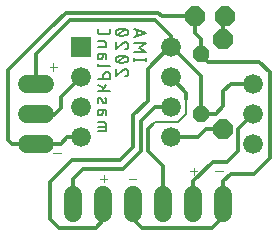
<source format=gbr>
G04 EAGLE Gerber RS-274X export*
G75*
%MOMM*%
%FSLAX34Y34*%
%LPD*%
%INBottom Copper*%
%IPPOS*%
%AMOC8*
5,1,8,0,0,1.08239X$1,22.5*%
G01*
%ADD10C,0.203200*%
%ADD11C,0.076200*%
%ADD12R,1.676400X1.676400*%
%ADD13C,1.676400*%
%ADD14P,1.814519X8X202.500000*%
%ADD15P,1.814519X8X112.500000*%
%ADD16P,1.429621X8X112.500000*%
%ADD17C,1.524000*%
%ADD18C,0.304800*%
%ADD19C,0.152400*%


D10*
X427228Y468299D02*
X434340Y468299D01*
X434340Y473633D01*
X434338Y473715D01*
X434332Y473797D01*
X434323Y473879D01*
X434310Y473960D01*
X434293Y474040D01*
X434272Y474120D01*
X434248Y474198D01*
X434220Y474275D01*
X434189Y474351D01*
X434154Y474426D01*
X434115Y474498D01*
X434074Y474569D01*
X434029Y474638D01*
X433981Y474704D01*
X433930Y474769D01*
X433876Y474831D01*
X433819Y474890D01*
X433760Y474947D01*
X433698Y475001D01*
X433633Y475052D01*
X433567Y475100D01*
X433498Y475145D01*
X433427Y475186D01*
X433355Y475225D01*
X433280Y475260D01*
X433204Y475291D01*
X433127Y475319D01*
X433049Y475343D01*
X432969Y475364D01*
X432889Y475381D01*
X432808Y475394D01*
X432726Y475403D01*
X432644Y475409D01*
X432562Y475411D01*
X427228Y475411D01*
X427228Y471855D02*
X434340Y471855D01*
X431377Y483281D02*
X431377Y485948D01*
X431376Y483281D02*
X431374Y483192D01*
X431368Y483103D01*
X431359Y483014D01*
X431345Y482926D01*
X431328Y482838D01*
X431307Y482751D01*
X431283Y482666D01*
X431254Y482581D01*
X431222Y482498D01*
X431187Y482416D01*
X431148Y482335D01*
X431106Y482257D01*
X431060Y482180D01*
X431011Y482106D01*
X430959Y482033D01*
X430903Y481963D01*
X430845Y481895D01*
X430784Y481830D01*
X430720Y481768D01*
X430654Y481708D01*
X430585Y481652D01*
X430514Y481598D01*
X430440Y481547D01*
X430365Y481500D01*
X430287Y481456D01*
X430208Y481415D01*
X430127Y481378D01*
X430044Y481344D01*
X429960Y481314D01*
X429875Y481288D01*
X429788Y481265D01*
X429701Y481246D01*
X429613Y481230D01*
X429525Y481219D01*
X429436Y481211D01*
X429347Y481207D01*
X429257Y481207D01*
X429168Y481211D01*
X429079Y481219D01*
X428991Y481230D01*
X428903Y481246D01*
X428816Y481265D01*
X428729Y481288D01*
X428644Y481314D01*
X428560Y481344D01*
X428477Y481378D01*
X428396Y481415D01*
X428317Y481456D01*
X428239Y481500D01*
X428164Y481547D01*
X428090Y481598D01*
X428019Y481652D01*
X427950Y481708D01*
X427884Y481768D01*
X427820Y481830D01*
X427759Y481895D01*
X427701Y481963D01*
X427645Y482033D01*
X427593Y482106D01*
X427544Y482180D01*
X427498Y482257D01*
X427456Y482335D01*
X427417Y482416D01*
X427382Y482498D01*
X427350Y482581D01*
X427321Y482666D01*
X427297Y482751D01*
X427276Y482838D01*
X427259Y482926D01*
X427245Y483014D01*
X427236Y483103D01*
X427230Y483192D01*
X427228Y483281D01*
X427228Y485948D01*
X432562Y485948D01*
X432644Y485946D01*
X432726Y485940D01*
X432808Y485931D01*
X432889Y485918D01*
X432969Y485901D01*
X433049Y485880D01*
X433127Y485856D01*
X433204Y485828D01*
X433280Y485797D01*
X433355Y485762D01*
X433427Y485723D01*
X433498Y485682D01*
X433567Y485637D01*
X433633Y485589D01*
X433698Y485538D01*
X433760Y485484D01*
X433819Y485427D01*
X433876Y485368D01*
X433930Y485306D01*
X433981Y485241D01*
X434029Y485175D01*
X434074Y485106D01*
X434115Y485035D01*
X434154Y484963D01*
X434189Y484888D01*
X434220Y484812D01*
X434248Y484735D01*
X434272Y484657D01*
X434293Y484577D01*
X434310Y484497D01*
X434323Y484416D01*
X434332Y484334D01*
X434338Y484252D01*
X434340Y484170D01*
X434340Y481800D01*
X431377Y492471D02*
X430191Y495435D01*
X431376Y492471D02*
X431407Y492400D01*
X431441Y492330D01*
X431478Y492262D01*
X431519Y492197D01*
X431564Y492133D01*
X431611Y492072D01*
X431662Y492013D01*
X431715Y491956D01*
X431771Y491903D01*
X431830Y491852D01*
X431891Y491805D01*
X431955Y491760D01*
X432020Y491719D01*
X432088Y491681D01*
X432158Y491647D01*
X432229Y491616D01*
X432301Y491589D01*
X432375Y491566D01*
X432450Y491546D01*
X432526Y491530D01*
X432603Y491518D01*
X432680Y491510D01*
X432757Y491506D01*
X432835Y491505D01*
X432912Y491509D01*
X432990Y491516D01*
X433066Y491528D01*
X433142Y491543D01*
X433218Y491562D01*
X433292Y491585D01*
X433365Y491611D01*
X433436Y491641D01*
X433506Y491675D01*
X433574Y491712D01*
X433640Y491753D01*
X433704Y491797D01*
X433766Y491844D01*
X433825Y491894D01*
X433881Y491947D01*
X433935Y492003D01*
X433986Y492061D01*
X434034Y492122D01*
X434079Y492185D01*
X434121Y492251D01*
X434159Y492318D01*
X434194Y492388D01*
X434225Y492459D01*
X434253Y492531D01*
X434276Y492605D01*
X434297Y492680D01*
X434313Y492755D01*
X434326Y492832D01*
X434334Y492909D01*
X434339Y492986D01*
X434340Y493064D01*
X434336Y493226D01*
X434328Y493388D01*
X434316Y493549D01*
X434300Y493710D01*
X434280Y493871D01*
X434257Y494031D01*
X434229Y494190D01*
X434198Y494349D01*
X434163Y494507D01*
X434124Y494664D01*
X434081Y494820D01*
X434035Y494975D01*
X433985Y495129D01*
X433931Y495282D01*
X433873Y495433D01*
X433812Y495583D01*
X433748Y495731D01*
X430192Y495435D02*
X430161Y495506D01*
X430127Y495576D01*
X430090Y495644D01*
X430049Y495709D01*
X430004Y495773D01*
X429957Y495834D01*
X429906Y495893D01*
X429853Y495950D01*
X429797Y496003D01*
X429738Y496054D01*
X429677Y496101D01*
X429613Y496146D01*
X429548Y496187D01*
X429480Y496225D01*
X429410Y496259D01*
X429339Y496290D01*
X429267Y496317D01*
X429193Y496340D01*
X429118Y496360D01*
X429042Y496376D01*
X428965Y496388D01*
X428888Y496396D01*
X428811Y496400D01*
X428733Y496401D01*
X428656Y496397D01*
X428578Y496390D01*
X428502Y496378D01*
X428426Y496363D01*
X428350Y496344D01*
X428276Y496321D01*
X428203Y496295D01*
X428132Y496265D01*
X428062Y496231D01*
X427994Y496194D01*
X427928Y496153D01*
X427864Y496109D01*
X427802Y496062D01*
X427743Y496012D01*
X427687Y495959D01*
X427633Y495903D01*
X427582Y495845D01*
X427534Y495784D01*
X427489Y495721D01*
X427447Y495655D01*
X427409Y495588D01*
X427374Y495518D01*
X427343Y495448D01*
X427315Y495375D01*
X427292Y495301D01*
X427271Y495226D01*
X427255Y495151D01*
X427242Y495074D01*
X427234Y494997D01*
X427229Y494920D01*
X427228Y494842D01*
X427228Y494841D02*
X427234Y494604D01*
X427246Y494366D01*
X427263Y494129D01*
X427287Y493893D01*
X427315Y493657D01*
X427349Y493421D01*
X427389Y493187D01*
X427434Y492954D01*
X427485Y492721D01*
X427541Y492490D01*
X427603Y492261D01*
X427670Y492033D01*
X427743Y491806D01*
X427821Y491582D01*
X427228Y502072D02*
X437896Y502072D01*
X434340Y506814D02*
X430784Y502072D01*
X432266Y504147D02*
X427228Y506814D01*
X427228Y512199D02*
X437896Y512199D01*
X437896Y515162D01*
X437894Y515269D01*
X437888Y515376D01*
X437879Y515482D01*
X437865Y515588D01*
X437848Y515694D01*
X437827Y515799D01*
X437802Y515903D01*
X437773Y516006D01*
X437741Y516108D01*
X437705Y516209D01*
X437665Y516308D01*
X437622Y516406D01*
X437575Y516502D01*
X437525Y516597D01*
X437472Y516690D01*
X437415Y516780D01*
X437355Y516869D01*
X437292Y516955D01*
X437226Y517039D01*
X437156Y517121D01*
X437084Y517200D01*
X437009Y517276D01*
X436931Y517350D01*
X436851Y517420D01*
X436768Y517488D01*
X436683Y517553D01*
X436596Y517614D01*
X436506Y517673D01*
X436415Y517728D01*
X436321Y517780D01*
X436225Y517828D01*
X436128Y517873D01*
X436030Y517915D01*
X435930Y517952D01*
X435828Y517987D01*
X435726Y518017D01*
X435622Y518044D01*
X435518Y518067D01*
X435412Y518086D01*
X435306Y518101D01*
X435200Y518113D01*
X435093Y518121D01*
X434986Y518125D01*
X434880Y518125D01*
X434773Y518121D01*
X434666Y518113D01*
X434560Y518101D01*
X434454Y518086D01*
X434348Y518067D01*
X434244Y518044D01*
X434140Y518017D01*
X434038Y517987D01*
X433936Y517952D01*
X433836Y517915D01*
X433738Y517873D01*
X433641Y517828D01*
X433545Y517780D01*
X433452Y517728D01*
X433360Y517673D01*
X433270Y517614D01*
X433183Y517553D01*
X433098Y517488D01*
X433015Y517420D01*
X432935Y517350D01*
X432857Y517276D01*
X432782Y517200D01*
X432710Y517121D01*
X432640Y517039D01*
X432574Y516955D01*
X432511Y516869D01*
X432451Y516780D01*
X432394Y516690D01*
X432341Y516597D01*
X432291Y516502D01*
X432244Y516406D01*
X432201Y516308D01*
X432161Y516209D01*
X432125Y516108D01*
X432093Y516006D01*
X432064Y515903D01*
X432039Y515799D01*
X432018Y515694D01*
X432001Y515588D01*
X431987Y515482D01*
X431978Y515376D01*
X431972Y515269D01*
X431970Y515162D01*
X431969Y515162D02*
X431969Y512199D01*
X429006Y522858D02*
X437896Y522858D01*
X429006Y522858D02*
X428924Y522860D01*
X428842Y522866D01*
X428760Y522875D01*
X428679Y522888D01*
X428599Y522905D01*
X428519Y522926D01*
X428441Y522950D01*
X428364Y522978D01*
X428288Y523009D01*
X428213Y523044D01*
X428141Y523083D01*
X428070Y523124D01*
X428001Y523169D01*
X427935Y523217D01*
X427870Y523268D01*
X427808Y523322D01*
X427749Y523379D01*
X427692Y523438D01*
X427638Y523500D01*
X427587Y523565D01*
X427539Y523631D01*
X427494Y523700D01*
X427453Y523771D01*
X427414Y523843D01*
X427379Y523918D01*
X427348Y523994D01*
X427320Y524071D01*
X427296Y524149D01*
X427275Y524229D01*
X427258Y524309D01*
X427245Y524390D01*
X427236Y524472D01*
X427230Y524554D01*
X427228Y524636D01*
X431377Y530906D02*
X431377Y533573D01*
X431376Y530906D02*
X431374Y530817D01*
X431368Y530728D01*
X431359Y530639D01*
X431345Y530551D01*
X431328Y530463D01*
X431307Y530376D01*
X431283Y530291D01*
X431254Y530206D01*
X431222Y530123D01*
X431187Y530041D01*
X431148Y529960D01*
X431106Y529882D01*
X431060Y529805D01*
X431011Y529731D01*
X430959Y529658D01*
X430903Y529588D01*
X430845Y529520D01*
X430784Y529455D01*
X430720Y529393D01*
X430654Y529333D01*
X430585Y529277D01*
X430514Y529223D01*
X430440Y529172D01*
X430365Y529125D01*
X430287Y529081D01*
X430208Y529040D01*
X430127Y529003D01*
X430044Y528969D01*
X429960Y528939D01*
X429875Y528913D01*
X429788Y528890D01*
X429701Y528871D01*
X429613Y528855D01*
X429525Y528844D01*
X429436Y528836D01*
X429347Y528832D01*
X429257Y528832D01*
X429168Y528836D01*
X429079Y528844D01*
X428991Y528855D01*
X428903Y528871D01*
X428816Y528890D01*
X428729Y528913D01*
X428644Y528939D01*
X428560Y528969D01*
X428477Y529003D01*
X428396Y529040D01*
X428317Y529081D01*
X428239Y529125D01*
X428164Y529172D01*
X428090Y529223D01*
X428019Y529277D01*
X427950Y529333D01*
X427884Y529393D01*
X427820Y529455D01*
X427759Y529520D01*
X427701Y529588D01*
X427645Y529658D01*
X427593Y529731D01*
X427544Y529805D01*
X427498Y529882D01*
X427456Y529960D01*
X427417Y530041D01*
X427382Y530123D01*
X427350Y530206D01*
X427321Y530291D01*
X427297Y530376D01*
X427276Y530463D01*
X427259Y530551D01*
X427245Y530639D01*
X427236Y530728D01*
X427230Y530817D01*
X427228Y530906D01*
X427228Y533573D01*
X432562Y533573D01*
X432644Y533571D01*
X432726Y533565D01*
X432808Y533556D01*
X432889Y533543D01*
X432969Y533526D01*
X433049Y533505D01*
X433127Y533481D01*
X433204Y533453D01*
X433280Y533422D01*
X433355Y533387D01*
X433427Y533348D01*
X433498Y533307D01*
X433567Y533262D01*
X433633Y533214D01*
X433698Y533163D01*
X433760Y533109D01*
X433819Y533052D01*
X433876Y532993D01*
X433930Y532931D01*
X433981Y532866D01*
X434029Y532800D01*
X434074Y532731D01*
X434115Y532660D01*
X434154Y532588D01*
X434189Y532513D01*
X434220Y532437D01*
X434248Y532360D01*
X434272Y532282D01*
X434293Y532202D01*
X434310Y532122D01*
X434323Y532041D01*
X434332Y531959D01*
X434338Y531877D01*
X434340Y531795D01*
X434340Y529424D01*
X434340Y539588D02*
X427228Y539588D01*
X434340Y539588D02*
X434340Y542551D01*
X434338Y542633D01*
X434332Y542715D01*
X434323Y542797D01*
X434310Y542878D01*
X434293Y542958D01*
X434272Y543038D01*
X434248Y543116D01*
X434220Y543193D01*
X434189Y543269D01*
X434154Y543344D01*
X434115Y543416D01*
X434074Y543487D01*
X434029Y543556D01*
X433981Y543622D01*
X433930Y543687D01*
X433876Y543749D01*
X433819Y543808D01*
X433760Y543865D01*
X433698Y543919D01*
X433633Y543970D01*
X433567Y544018D01*
X433498Y544063D01*
X433427Y544104D01*
X433355Y544143D01*
X433280Y544178D01*
X433204Y544209D01*
X433127Y544237D01*
X433049Y544261D01*
X432969Y544282D01*
X432889Y544299D01*
X432808Y544312D01*
X432726Y544321D01*
X432644Y544327D01*
X432562Y544329D01*
X427228Y544329D01*
X427228Y552365D02*
X427228Y554736D01*
X427228Y552365D02*
X427230Y552270D01*
X427236Y552174D01*
X427245Y552079D01*
X427259Y551985D01*
X427276Y551891D01*
X427297Y551798D01*
X427322Y551705D01*
X427350Y551614D01*
X427382Y551524D01*
X427418Y551436D01*
X427457Y551349D01*
X427500Y551263D01*
X427546Y551180D01*
X427595Y551098D01*
X427648Y551018D01*
X427704Y550941D01*
X427762Y550865D01*
X427824Y550793D01*
X427889Y550723D01*
X427957Y550655D01*
X428027Y550590D01*
X428099Y550528D01*
X428175Y550470D01*
X428252Y550414D01*
X428332Y550361D01*
X428414Y550312D01*
X428497Y550266D01*
X428583Y550223D01*
X428670Y550184D01*
X428758Y550148D01*
X428848Y550116D01*
X428939Y550088D01*
X429032Y550063D01*
X429125Y550042D01*
X429219Y550025D01*
X429313Y550011D01*
X429408Y550002D01*
X429504Y549996D01*
X429599Y549994D01*
X429599Y549995D02*
X435525Y549995D01*
X435525Y549994D02*
X435620Y549996D01*
X435716Y550002D01*
X435811Y550011D01*
X435905Y550025D01*
X435999Y550042D01*
X436092Y550063D01*
X436185Y550088D01*
X436276Y550116D01*
X436366Y550148D01*
X436454Y550184D01*
X436541Y550223D01*
X436627Y550266D01*
X436710Y550312D01*
X436792Y550361D01*
X436872Y550414D01*
X436949Y550470D01*
X437025Y550528D01*
X437097Y550590D01*
X437167Y550655D01*
X437235Y550723D01*
X437300Y550793D01*
X437362Y550865D01*
X437420Y550941D01*
X437476Y551018D01*
X437529Y551098D01*
X437578Y551179D01*
X437624Y551263D01*
X437667Y551349D01*
X437706Y551436D01*
X437742Y551524D01*
X437774Y551614D01*
X437802Y551705D01*
X437827Y551798D01*
X437848Y551891D01*
X437865Y551985D01*
X437879Y552079D01*
X437888Y552174D01*
X437894Y552269D01*
X437896Y552365D01*
X437896Y554736D01*
D11*
X435483Y427708D02*
X429218Y427708D01*
X432350Y430840D02*
X432350Y424575D01*
X505418Y433804D02*
X511683Y433804D01*
X508550Y430671D02*
X508550Y436936D01*
X392811Y522196D02*
X386546Y522196D01*
X389678Y525328D02*
X389678Y519063D01*
X389594Y449044D02*
X395859Y449044D01*
X453602Y427708D02*
X459867Y427708D01*
X526754Y433804D02*
X533019Y433804D01*
D10*
X453136Y517779D02*
X453134Y517881D01*
X453128Y517983D01*
X453118Y518085D01*
X453105Y518186D01*
X453087Y518287D01*
X453066Y518387D01*
X453041Y518486D01*
X453012Y518584D01*
X452979Y518681D01*
X452943Y518776D01*
X452903Y518870D01*
X452859Y518962D01*
X452812Y519053D01*
X452761Y519142D01*
X452708Y519229D01*
X452650Y519313D01*
X452590Y519396D01*
X452527Y519476D01*
X452460Y519553D01*
X452391Y519628D01*
X452318Y519701D01*
X452243Y519770D01*
X452166Y519837D01*
X452086Y519900D01*
X452003Y519960D01*
X451919Y520018D01*
X451832Y520071D01*
X451743Y520122D01*
X451652Y520169D01*
X451560Y520213D01*
X451466Y520253D01*
X451370Y520289D01*
X451274Y520322D01*
X451176Y520351D01*
X451077Y520376D01*
X450977Y520397D01*
X450876Y520415D01*
X450775Y520428D01*
X450673Y520438D01*
X450571Y520444D01*
X450469Y520446D01*
X453136Y517779D02*
X453134Y517663D01*
X453128Y517546D01*
X453118Y517430D01*
X453104Y517315D01*
X453087Y517200D01*
X453065Y517085D01*
X453039Y516972D01*
X453010Y516859D01*
X452977Y516747D01*
X452940Y516637D01*
X452899Y516528D01*
X452855Y516420D01*
X452807Y516314D01*
X452755Y516210D01*
X452700Y516107D01*
X452642Y516006D01*
X452580Y515908D01*
X452515Y515811D01*
X452446Y515717D01*
X452374Y515625D01*
X452300Y515536D01*
X452222Y515449D01*
X452141Y515365D01*
X452058Y515284D01*
X451972Y515206D01*
X451883Y515130D01*
X451792Y515058D01*
X451698Y514989D01*
X451602Y514923D01*
X451504Y514860D01*
X451404Y514801D01*
X451302Y514745D01*
X451198Y514693D01*
X451092Y514644D01*
X450984Y514599D01*
X450876Y514557D01*
X450766Y514520D01*
X448394Y519558D02*
X448468Y519633D01*
X448545Y519705D01*
X448625Y519774D01*
X448707Y519841D01*
X448791Y519904D01*
X448878Y519964D01*
X448966Y520021D01*
X449057Y520075D01*
X449150Y520125D01*
X449244Y520172D01*
X449340Y520215D01*
X449438Y520255D01*
X449537Y520291D01*
X449637Y520324D01*
X449739Y520352D01*
X449841Y520377D01*
X449945Y520399D01*
X450049Y520416D01*
X450153Y520430D01*
X450258Y520439D01*
X450364Y520445D01*
X450469Y520447D01*
X448395Y519557D02*
X442468Y514519D01*
X442468Y520446D01*
X447802Y525950D02*
X448012Y525953D01*
X448222Y525960D01*
X448431Y525973D01*
X448640Y525990D01*
X448849Y526013D01*
X449057Y526040D01*
X449264Y526072D01*
X449471Y526110D01*
X449676Y526152D01*
X449881Y526199D01*
X450084Y526251D01*
X450286Y526308D01*
X450487Y526370D01*
X450686Y526436D01*
X450883Y526508D01*
X451079Y526584D01*
X451273Y526664D01*
X451465Y526749D01*
X451654Y526839D01*
X451739Y526870D01*
X451823Y526904D01*
X451905Y526942D01*
X451986Y526984D01*
X452065Y527029D01*
X452142Y527077D01*
X452217Y527128D01*
X452289Y527182D01*
X452360Y527239D01*
X452428Y527299D01*
X452493Y527362D01*
X452556Y527427D01*
X452616Y527495D01*
X452673Y527566D01*
X452727Y527638D01*
X452779Y527713D01*
X452827Y527790D01*
X452872Y527869D01*
X452913Y527950D01*
X452951Y528032D01*
X452986Y528116D01*
X453017Y528201D01*
X453045Y528287D01*
X453069Y528374D01*
X453089Y528463D01*
X453106Y528552D01*
X453119Y528642D01*
X453129Y528732D01*
X453134Y528822D01*
X453136Y528913D01*
X453134Y529004D01*
X453129Y529094D01*
X453119Y529184D01*
X453106Y529274D01*
X453089Y529363D01*
X453069Y529452D01*
X453045Y529539D01*
X453017Y529625D01*
X452986Y529710D01*
X452951Y529794D01*
X452913Y529876D01*
X452872Y529957D01*
X452827Y530036D01*
X452779Y530113D01*
X452728Y530188D01*
X452673Y530260D01*
X452616Y530331D01*
X452556Y530399D01*
X452493Y530464D01*
X452428Y530527D01*
X452360Y530587D01*
X452289Y530644D01*
X452217Y530698D01*
X452142Y530749D01*
X452065Y530797D01*
X451986Y530842D01*
X451905Y530884D01*
X451823Y530922D01*
X451739Y530956D01*
X451654Y530987D01*
X451465Y531077D01*
X451273Y531162D01*
X451079Y531242D01*
X450883Y531318D01*
X450686Y531390D01*
X450487Y531456D01*
X450286Y531518D01*
X450084Y531575D01*
X449881Y531627D01*
X449676Y531674D01*
X449471Y531716D01*
X449264Y531754D01*
X449057Y531786D01*
X448849Y531813D01*
X448640Y531836D01*
X448431Y531853D01*
X448222Y531866D01*
X448012Y531873D01*
X447802Y531876D01*
X447802Y525950D02*
X447592Y525953D01*
X447382Y525960D01*
X447173Y525973D01*
X446964Y525990D01*
X446755Y526013D01*
X446547Y526040D01*
X446340Y526072D01*
X446133Y526110D01*
X445928Y526152D01*
X445723Y526199D01*
X445520Y526251D01*
X445318Y526308D01*
X445117Y526370D01*
X444918Y526436D01*
X444721Y526508D01*
X444525Y526584D01*
X444331Y526664D01*
X444140Y526749D01*
X443950Y526839D01*
X443865Y526870D01*
X443781Y526904D01*
X443699Y526942D01*
X443618Y526984D01*
X443539Y527029D01*
X443462Y527077D01*
X443387Y527128D01*
X443315Y527182D01*
X443244Y527239D01*
X443176Y527299D01*
X443111Y527362D01*
X443048Y527427D01*
X442988Y527495D01*
X442931Y527566D01*
X442876Y527638D01*
X442825Y527713D01*
X442777Y527790D01*
X442732Y527869D01*
X442691Y527950D01*
X442653Y528032D01*
X442618Y528116D01*
X442587Y528201D01*
X442559Y528287D01*
X442535Y528374D01*
X442515Y528463D01*
X442498Y528552D01*
X442485Y528642D01*
X442475Y528732D01*
X442470Y528822D01*
X442468Y528913D01*
X443950Y530987D02*
X444140Y531077D01*
X444331Y531162D01*
X444525Y531242D01*
X444721Y531318D01*
X444918Y531390D01*
X445117Y531456D01*
X445318Y531518D01*
X445520Y531575D01*
X445723Y531627D01*
X445928Y531674D01*
X446133Y531716D01*
X446340Y531754D01*
X446547Y531786D01*
X446755Y531813D01*
X446964Y531836D01*
X447173Y531853D01*
X447382Y531866D01*
X447592Y531873D01*
X447802Y531876D01*
X443950Y530987D02*
X443865Y530956D01*
X443781Y530922D01*
X443699Y530884D01*
X443618Y530842D01*
X443539Y530797D01*
X443462Y530749D01*
X443387Y530698D01*
X443315Y530644D01*
X443244Y530587D01*
X443176Y530527D01*
X443111Y530464D01*
X443048Y530399D01*
X442988Y530331D01*
X442931Y530260D01*
X442876Y530188D01*
X442825Y530113D01*
X442777Y530036D01*
X442732Y529957D01*
X442691Y529876D01*
X442653Y529794D01*
X442618Y529710D01*
X442587Y529625D01*
X442559Y529539D01*
X442535Y529452D01*
X442515Y529363D01*
X442498Y529274D01*
X442485Y529184D01*
X442475Y529094D01*
X442470Y529004D01*
X442468Y528913D01*
X444839Y526542D02*
X450765Y531283D01*
X453136Y540639D02*
X453134Y540741D01*
X453128Y540843D01*
X453118Y540945D01*
X453105Y541046D01*
X453087Y541147D01*
X453066Y541247D01*
X453041Y541346D01*
X453012Y541444D01*
X452979Y541541D01*
X452943Y541636D01*
X452903Y541730D01*
X452859Y541822D01*
X452812Y541913D01*
X452761Y542002D01*
X452708Y542089D01*
X452650Y542173D01*
X452590Y542256D01*
X452527Y542336D01*
X452460Y542413D01*
X452391Y542488D01*
X452318Y542561D01*
X452243Y542630D01*
X452166Y542697D01*
X452086Y542760D01*
X452003Y542820D01*
X451919Y542878D01*
X451832Y542931D01*
X451743Y542982D01*
X451652Y543029D01*
X451560Y543073D01*
X451466Y543113D01*
X451370Y543149D01*
X451274Y543182D01*
X451176Y543211D01*
X451077Y543236D01*
X450977Y543257D01*
X450876Y543275D01*
X450775Y543288D01*
X450673Y543298D01*
X450571Y543304D01*
X450469Y543306D01*
X453136Y540639D02*
X453134Y540523D01*
X453128Y540406D01*
X453118Y540290D01*
X453104Y540175D01*
X453087Y540060D01*
X453065Y539945D01*
X453039Y539832D01*
X453010Y539719D01*
X452977Y539607D01*
X452940Y539497D01*
X452899Y539388D01*
X452855Y539280D01*
X452807Y539174D01*
X452755Y539070D01*
X452700Y538967D01*
X452642Y538866D01*
X452580Y538768D01*
X452515Y538671D01*
X452446Y538577D01*
X452374Y538485D01*
X452300Y538396D01*
X452222Y538309D01*
X452141Y538225D01*
X452058Y538144D01*
X451972Y538066D01*
X451883Y537990D01*
X451792Y537918D01*
X451698Y537849D01*
X451602Y537783D01*
X451504Y537720D01*
X451404Y537661D01*
X451302Y537605D01*
X451198Y537553D01*
X451092Y537504D01*
X450984Y537459D01*
X450876Y537417D01*
X450766Y537380D01*
X448394Y542418D02*
X448468Y542493D01*
X448545Y542565D01*
X448625Y542634D01*
X448707Y542701D01*
X448791Y542764D01*
X448878Y542824D01*
X448966Y542881D01*
X449057Y542935D01*
X449150Y542985D01*
X449244Y543032D01*
X449340Y543075D01*
X449438Y543115D01*
X449537Y543151D01*
X449637Y543184D01*
X449739Y543212D01*
X449841Y543237D01*
X449945Y543259D01*
X450049Y543276D01*
X450153Y543290D01*
X450258Y543299D01*
X450364Y543305D01*
X450469Y543307D01*
X448395Y542417D02*
X442468Y537379D01*
X442468Y543306D01*
X447802Y548809D02*
X448012Y548812D01*
X448222Y548819D01*
X448431Y548832D01*
X448640Y548849D01*
X448849Y548872D01*
X449057Y548899D01*
X449264Y548931D01*
X449471Y548969D01*
X449676Y549011D01*
X449881Y549058D01*
X450084Y549110D01*
X450286Y549167D01*
X450487Y549229D01*
X450686Y549295D01*
X450883Y549367D01*
X451079Y549443D01*
X451273Y549523D01*
X451465Y549608D01*
X451654Y549698D01*
X451654Y549699D02*
X451739Y549730D01*
X451823Y549764D01*
X451905Y549802D01*
X451986Y549844D01*
X452065Y549889D01*
X452142Y549937D01*
X452217Y549988D01*
X452289Y550042D01*
X452360Y550099D01*
X452428Y550159D01*
X452493Y550222D01*
X452556Y550287D01*
X452616Y550355D01*
X452673Y550426D01*
X452727Y550498D01*
X452779Y550573D01*
X452827Y550650D01*
X452872Y550729D01*
X452913Y550810D01*
X452951Y550892D01*
X452986Y550976D01*
X453017Y551061D01*
X453045Y551147D01*
X453069Y551234D01*
X453089Y551323D01*
X453106Y551412D01*
X453119Y551502D01*
X453129Y551592D01*
X453134Y551682D01*
X453136Y551773D01*
X453134Y551864D01*
X453129Y551954D01*
X453119Y552044D01*
X453106Y552134D01*
X453089Y552223D01*
X453069Y552312D01*
X453045Y552399D01*
X453017Y552485D01*
X452986Y552570D01*
X452951Y552654D01*
X452913Y552736D01*
X452872Y552817D01*
X452827Y552896D01*
X452779Y552973D01*
X452728Y553048D01*
X452673Y553120D01*
X452616Y553191D01*
X452556Y553259D01*
X452493Y553324D01*
X452428Y553387D01*
X452360Y553447D01*
X452289Y553504D01*
X452217Y553558D01*
X452142Y553609D01*
X452065Y553657D01*
X451986Y553702D01*
X451905Y553744D01*
X451823Y553782D01*
X451739Y553816D01*
X451654Y553847D01*
X451465Y553937D01*
X451273Y554022D01*
X451079Y554102D01*
X450883Y554178D01*
X450686Y554250D01*
X450487Y554316D01*
X450286Y554378D01*
X450084Y554435D01*
X449881Y554487D01*
X449676Y554534D01*
X449471Y554576D01*
X449264Y554614D01*
X449057Y554646D01*
X448849Y554673D01*
X448640Y554696D01*
X448431Y554713D01*
X448222Y554726D01*
X448012Y554733D01*
X447802Y554736D01*
X447802Y548810D02*
X447592Y548813D01*
X447382Y548820D01*
X447173Y548833D01*
X446964Y548850D01*
X446755Y548873D01*
X446547Y548900D01*
X446340Y548932D01*
X446133Y548970D01*
X445928Y549012D01*
X445723Y549059D01*
X445520Y549111D01*
X445318Y549168D01*
X445117Y549230D01*
X444918Y549296D01*
X444721Y549368D01*
X444525Y549444D01*
X444331Y549524D01*
X444140Y549609D01*
X443950Y549699D01*
X443865Y549730D01*
X443781Y549764D01*
X443699Y549802D01*
X443618Y549844D01*
X443539Y549889D01*
X443462Y549937D01*
X443387Y549988D01*
X443315Y550042D01*
X443244Y550099D01*
X443176Y550159D01*
X443111Y550222D01*
X443048Y550287D01*
X442988Y550355D01*
X442931Y550426D01*
X442876Y550498D01*
X442825Y550573D01*
X442777Y550650D01*
X442732Y550729D01*
X442691Y550810D01*
X442653Y550892D01*
X442618Y550976D01*
X442587Y551061D01*
X442559Y551147D01*
X442535Y551234D01*
X442515Y551323D01*
X442498Y551412D01*
X442485Y551502D01*
X442475Y551592D01*
X442470Y551682D01*
X442468Y551773D01*
X443950Y553847D02*
X444140Y553937D01*
X444331Y554022D01*
X444525Y554102D01*
X444721Y554178D01*
X444918Y554250D01*
X445117Y554316D01*
X445318Y554378D01*
X445520Y554435D01*
X445723Y554487D01*
X445928Y554534D01*
X446133Y554576D01*
X446340Y554614D01*
X446547Y554646D01*
X446755Y554673D01*
X446964Y554696D01*
X447173Y554713D01*
X447382Y554726D01*
X447592Y554733D01*
X447802Y554736D01*
X443950Y553847D02*
X443865Y553816D01*
X443781Y553782D01*
X443699Y553744D01*
X443618Y553702D01*
X443539Y553657D01*
X443462Y553609D01*
X443387Y553558D01*
X443315Y553504D01*
X443244Y553447D01*
X443176Y553387D01*
X443111Y553324D01*
X443048Y553259D01*
X442988Y553191D01*
X442931Y553120D01*
X442876Y553048D01*
X442825Y552973D01*
X442777Y552896D01*
X442732Y552817D01*
X442691Y552736D01*
X442653Y552654D01*
X442618Y552570D01*
X442587Y552485D01*
X442559Y552399D01*
X442535Y552312D01*
X442515Y552223D01*
X442498Y552134D01*
X442485Y552044D01*
X442475Y551954D01*
X442470Y551864D01*
X442468Y551773D01*
X444839Y549402D02*
X450765Y554143D01*
X457708Y528320D02*
X468376Y528320D01*
X457708Y527135D02*
X457708Y529505D01*
X468376Y529505D02*
X468376Y527135D01*
X468376Y535051D02*
X457708Y535051D01*
X462449Y538607D02*
X468376Y535051D01*
X462449Y538607D02*
X468376Y542163D01*
X457708Y542163D01*
X457708Y547624D02*
X468376Y551180D01*
X457708Y554736D01*
X460375Y553847D02*
X460375Y548513D01*
D12*
X412750Y538800D03*
D13*
X412750Y513400D03*
X412750Y488000D03*
X412750Y462600D03*
X488950Y462600D03*
X488950Y488000D03*
X488950Y513400D03*
X488950Y538800D03*
D14*
X535178Y565404D03*
X509778Y565404D03*
D15*
X533400Y469900D03*
X533400Y546100D03*
D16*
X514350Y482600D03*
X514350Y533400D03*
D13*
X558800Y482600D03*
X558800Y508000D03*
X558800Y457200D03*
D17*
X406400Y414020D02*
X406400Y398780D01*
X431800Y398780D02*
X431800Y414020D01*
X457200Y414020D02*
X457200Y398780D01*
X482600Y398780D02*
X482600Y414020D01*
X382270Y508000D02*
X367030Y508000D01*
X367030Y482600D02*
X382270Y482600D01*
X382270Y457200D02*
X367030Y457200D01*
X533400Y414020D02*
X533400Y398780D01*
X508000Y398780D02*
X508000Y414020D01*
D18*
X457200Y406400D02*
X457200Y393700D01*
X464616Y386284D01*
X396240Y457200D02*
X374650Y457200D01*
X514350Y533400D02*
X521022Y526728D01*
X563880Y526728D01*
X509778Y550672D02*
X509778Y565404D01*
X509778Y550672D02*
X514350Y546100D01*
X514350Y533400D01*
X533400Y425450D02*
X533400Y406400D01*
X539992Y432042D02*
X560000Y432042D01*
X539992Y432042D02*
X533400Y425450D01*
X400050Y568316D02*
X387184Y555450D01*
X400050Y568316D02*
X478536Y568316D01*
X464616Y386284D02*
X524256Y386284D01*
X533400Y395428D02*
X533400Y406400D01*
X533400Y395428D02*
X524256Y386284D01*
X412750Y462600D02*
X401640Y462600D01*
X396240Y457200D01*
X374650Y457200D02*
X354732Y457200D01*
X351684Y460248D01*
X351684Y505968D02*
X351684Y518160D01*
X351684Y505968D02*
X351684Y460248D01*
X560000Y432042D02*
X572995Y445037D01*
X509778Y565404D02*
X481448Y565404D01*
X478536Y568316D01*
X572995Y517613D02*
X572995Y445037D01*
X572995Y517613D02*
X563880Y526728D01*
X351684Y519950D02*
X351684Y518160D01*
X351684Y519950D02*
X387184Y555450D01*
X533400Y563626D02*
X535178Y565404D01*
X533400Y563626D02*
X533400Y546100D01*
X431800Y406400D02*
X431800Y392634D01*
X425450Y386284D01*
X394766Y386284D01*
X387184Y393866D01*
X387184Y425284D01*
X488950Y538800D02*
X489900Y538800D01*
X514350Y514350D02*
X514350Y482600D01*
X514350Y514350D02*
X489900Y538800D01*
X539750Y508000D02*
X558800Y508000D01*
X539750Y508000D02*
X533400Y501650D01*
X527050Y482600D02*
X514350Y482600D01*
X533400Y488950D02*
X533400Y501650D01*
X533400Y488950D02*
X527050Y482600D01*
X475488Y562220D02*
X403470Y562220D01*
X487680Y538800D02*
X488950Y538800D01*
X487680Y538800D02*
X469740Y520860D01*
X488950Y548758D02*
X475488Y562220D01*
X488950Y548758D02*
X488950Y538800D01*
X457548Y481584D02*
X457548Y454500D01*
X446532Y443484D01*
X405384Y443484D01*
X387184Y425284D01*
X374650Y508000D02*
X374650Y533400D01*
X403470Y562220D01*
X469740Y493776D02*
X457548Y481584D01*
X469740Y493776D02*
X469740Y520860D01*
X508000Y425450D02*
X508000Y406400D01*
X546354Y470154D02*
X558800Y482600D01*
X546354Y463074D02*
X545846Y462566D01*
X545846Y451358D01*
X546354Y466344D02*
X546354Y470154D01*
X546354Y466344D02*
X546354Y463074D01*
X545846Y451358D02*
X536448Y441960D01*
X524510Y441960D01*
X508000Y425450D01*
X396240Y487680D02*
X390144Y481584D01*
X375666Y481584D01*
X374650Y482600D01*
X396240Y496890D02*
X412750Y513400D01*
X396240Y496890D02*
X396240Y487680D01*
X488950Y462600D02*
X512064Y462600D01*
X519364Y469900D01*
X533400Y469900D01*
X488950Y488000D02*
X475488Y488000D01*
X406400Y427736D02*
X406400Y406400D01*
X406400Y427736D02*
X414528Y435864D01*
X448404Y435864D01*
X463644Y451104D01*
X463644Y476156D01*
X475488Y488000D01*
X482600Y438150D02*
X482600Y406400D01*
X501904Y500446D02*
X488950Y513400D01*
X469900Y450850D02*
X482600Y438150D01*
X469900Y469900D02*
X473075Y473075D01*
X469900Y469900D02*
X469900Y450850D01*
X501904Y495300D02*
X501904Y500446D01*
D19*
X501904Y482634D02*
X495078Y475808D01*
X475808Y475808D02*
X473075Y473075D01*
X475808Y475808D02*
X495078Y475808D01*
X501904Y482634D02*
X501904Y495300D01*
M02*

</source>
